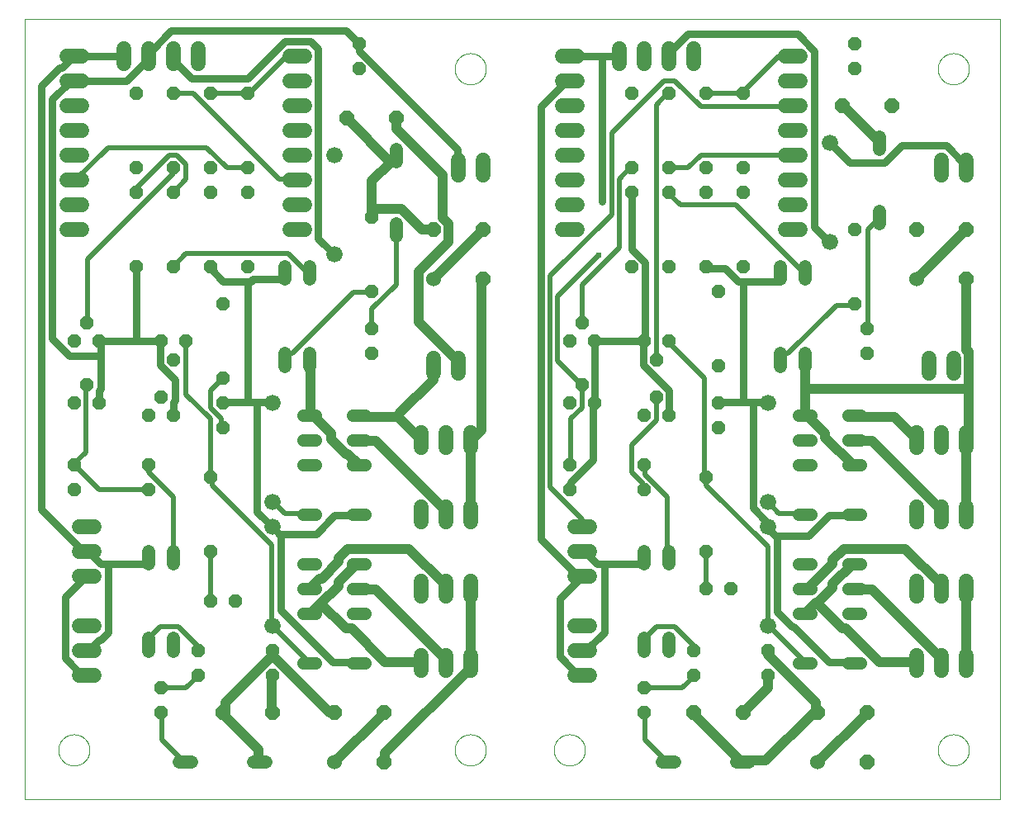
<source format=gtl>
G75*
%MOIN*%
%OFA0B0*%
%FSLAX25Y25*%
%IPPOS*%
%LPD*%
%AMOC8*
5,1,8,0,0,1.08239X$1,22.5*
%
%ADD10C,0.00000*%
%ADD11C,0.06000*%
%ADD12OC8,0.06000*%
%ADD13C,0.06600*%
%ADD14C,0.05200*%
%ADD15C,0.06000*%
%ADD16C,0.05150*%
%ADD17OC8,0.05200*%
%ADD18C,0.02000*%
%ADD19C,0.04000*%
%ADD20C,0.03000*%
%ADD21C,0.02381*%
D10*
X0001000Y0002600D02*
X0001000Y0317561D01*
X0394701Y0317561D01*
X0394701Y0002600D01*
X0001000Y0002600D01*
X0014701Y0022600D02*
X0014703Y0022758D01*
X0014709Y0022916D01*
X0014719Y0023074D01*
X0014733Y0023232D01*
X0014751Y0023389D01*
X0014772Y0023546D01*
X0014798Y0023702D01*
X0014828Y0023858D01*
X0014861Y0024013D01*
X0014899Y0024166D01*
X0014940Y0024319D01*
X0014985Y0024471D01*
X0015034Y0024622D01*
X0015087Y0024771D01*
X0015143Y0024919D01*
X0015203Y0025065D01*
X0015267Y0025210D01*
X0015335Y0025353D01*
X0015406Y0025495D01*
X0015480Y0025635D01*
X0015558Y0025772D01*
X0015640Y0025908D01*
X0015724Y0026042D01*
X0015813Y0026173D01*
X0015904Y0026302D01*
X0015999Y0026429D01*
X0016096Y0026554D01*
X0016197Y0026676D01*
X0016301Y0026795D01*
X0016408Y0026912D01*
X0016518Y0027026D01*
X0016631Y0027137D01*
X0016746Y0027246D01*
X0016864Y0027351D01*
X0016985Y0027453D01*
X0017108Y0027553D01*
X0017234Y0027649D01*
X0017362Y0027742D01*
X0017492Y0027832D01*
X0017625Y0027918D01*
X0017760Y0028002D01*
X0017896Y0028081D01*
X0018035Y0028158D01*
X0018176Y0028230D01*
X0018318Y0028300D01*
X0018462Y0028365D01*
X0018608Y0028427D01*
X0018755Y0028485D01*
X0018904Y0028540D01*
X0019054Y0028591D01*
X0019205Y0028638D01*
X0019357Y0028681D01*
X0019510Y0028720D01*
X0019665Y0028756D01*
X0019820Y0028787D01*
X0019976Y0028815D01*
X0020132Y0028839D01*
X0020289Y0028859D01*
X0020447Y0028875D01*
X0020604Y0028887D01*
X0020763Y0028895D01*
X0020921Y0028899D01*
X0021079Y0028899D01*
X0021237Y0028895D01*
X0021396Y0028887D01*
X0021553Y0028875D01*
X0021711Y0028859D01*
X0021868Y0028839D01*
X0022024Y0028815D01*
X0022180Y0028787D01*
X0022335Y0028756D01*
X0022490Y0028720D01*
X0022643Y0028681D01*
X0022795Y0028638D01*
X0022946Y0028591D01*
X0023096Y0028540D01*
X0023245Y0028485D01*
X0023392Y0028427D01*
X0023538Y0028365D01*
X0023682Y0028300D01*
X0023824Y0028230D01*
X0023965Y0028158D01*
X0024104Y0028081D01*
X0024240Y0028002D01*
X0024375Y0027918D01*
X0024508Y0027832D01*
X0024638Y0027742D01*
X0024766Y0027649D01*
X0024892Y0027553D01*
X0025015Y0027453D01*
X0025136Y0027351D01*
X0025254Y0027246D01*
X0025369Y0027137D01*
X0025482Y0027026D01*
X0025592Y0026912D01*
X0025699Y0026795D01*
X0025803Y0026676D01*
X0025904Y0026554D01*
X0026001Y0026429D01*
X0026096Y0026302D01*
X0026187Y0026173D01*
X0026276Y0026042D01*
X0026360Y0025908D01*
X0026442Y0025772D01*
X0026520Y0025635D01*
X0026594Y0025495D01*
X0026665Y0025353D01*
X0026733Y0025210D01*
X0026797Y0025065D01*
X0026857Y0024919D01*
X0026913Y0024771D01*
X0026966Y0024622D01*
X0027015Y0024471D01*
X0027060Y0024319D01*
X0027101Y0024166D01*
X0027139Y0024013D01*
X0027172Y0023858D01*
X0027202Y0023702D01*
X0027228Y0023546D01*
X0027249Y0023389D01*
X0027267Y0023232D01*
X0027281Y0023074D01*
X0027291Y0022916D01*
X0027297Y0022758D01*
X0027299Y0022600D01*
X0027297Y0022442D01*
X0027291Y0022284D01*
X0027281Y0022126D01*
X0027267Y0021968D01*
X0027249Y0021811D01*
X0027228Y0021654D01*
X0027202Y0021498D01*
X0027172Y0021342D01*
X0027139Y0021187D01*
X0027101Y0021034D01*
X0027060Y0020881D01*
X0027015Y0020729D01*
X0026966Y0020578D01*
X0026913Y0020429D01*
X0026857Y0020281D01*
X0026797Y0020135D01*
X0026733Y0019990D01*
X0026665Y0019847D01*
X0026594Y0019705D01*
X0026520Y0019565D01*
X0026442Y0019428D01*
X0026360Y0019292D01*
X0026276Y0019158D01*
X0026187Y0019027D01*
X0026096Y0018898D01*
X0026001Y0018771D01*
X0025904Y0018646D01*
X0025803Y0018524D01*
X0025699Y0018405D01*
X0025592Y0018288D01*
X0025482Y0018174D01*
X0025369Y0018063D01*
X0025254Y0017954D01*
X0025136Y0017849D01*
X0025015Y0017747D01*
X0024892Y0017647D01*
X0024766Y0017551D01*
X0024638Y0017458D01*
X0024508Y0017368D01*
X0024375Y0017282D01*
X0024240Y0017198D01*
X0024104Y0017119D01*
X0023965Y0017042D01*
X0023824Y0016970D01*
X0023682Y0016900D01*
X0023538Y0016835D01*
X0023392Y0016773D01*
X0023245Y0016715D01*
X0023096Y0016660D01*
X0022946Y0016609D01*
X0022795Y0016562D01*
X0022643Y0016519D01*
X0022490Y0016480D01*
X0022335Y0016444D01*
X0022180Y0016413D01*
X0022024Y0016385D01*
X0021868Y0016361D01*
X0021711Y0016341D01*
X0021553Y0016325D01*
X0021396Y0016313D01*
X0021237Y0016305D01*
X0021079Y0016301D01*
X0020921Y0016301D01*
X0020763Y0016305D01*
X0020604Y0016313D01*
X0020447Y0016325D01*
X0020289Y0016341D01*
X0020132Y0016361D01*
X0019976Y0016385D01*
X0019820Y0016413D01*
X0019665Y0016444D01*
X0019510Y0016480D01*
X0019357Y0016519D01*
X0019205Y0016562D01*
X0019054Y0016609D01*
X0018904Y0016660D01*
X0018755Y0016715D01*
X0018608Y0016773D01*
X0018462Y0016835D01*
X0018318Y0016900D01*
X0018176Y0016970D01*
X0018035Y0017042D01*
X0017896Y0017119D01*
X0017760Y0017198D01*
X0017625Y0017282D01*
X0017492Y0017368D01*
X0017362Y0017458D01*
X0017234Y0017551D01*
X0017108Y0017647D01*
X0016985Y0017747D01*
X0016864Y0017849D01*
X0016746Y0017954D01*
X0016631Y0018063D01*
X0016518Y0018174D01*
X0016408Y0018288D01*
X0016301Y0018405D01*
X0016197Y0018524D01*
X0016096Y0018646D01*
X0015999Y0018771D01*
X0015904Y0018898D01*
X0015813Y0019027D01*
X0015724Y0019158D01*
X0015640Y0019292D01*
X0015558Y0019428D01*
X0015480Y0019565D01*
X0015406Y0019705D01*
X0015335Y0019847D01*
X0015267Y0019990D01*
X0015203Y0020135D01*
X0015143Y0020281D01*
X0015087Y0020429D01*
X0015034Y0020578D01*
X0014985Y0020729D01*
X0014940Y0020881D01*
X0014899Y0021034D01*
X0014861Y0021187D01*
X0014828Y0021342D01*
X0014798Y0021498D01*
X0014772Y0021654D01*
X0014751Y0021811D01*
X0014733Y0021968D01*
X0014719Y0022126D01*
X0014709Y0022284D01*
X0014703Y0022442D01*
X0014701Y0022600D01*
X0174701Y0022600D02*
X0174703Y0022758D01*
X0174709Y0022916D01*
X0174719Y0023074D01*
X0174733Y0023232D01*
X0174751Y0023389D01*
X0174772Y0023546D01*
X0174798Y0023702D01*
X0174828Y0023858D01*
X0174861Y0024013D01*
X0174899Y0024166D01*
X0174940Y0024319D01*
X0174985Y0024471D01*
X0175034Y0024622D01*
X0175087Y0024771D01*
X0175143Y0024919D01*
X0175203Y0025065D01*
X0175267Y0025210D01*
X0175335Y0025353D01*
X0175406Y0025495D01*
X0175480Y0025635D01*
X0175558Y0025772D01*
X0175640Y0025908D01*
X0175724Y0026042D01*
X0175813Y0026173D01*
X0175904Y0026302D01*
X0175999Y0026429D01*
X0176096Y0026554D01*
X0176197Y0026676D01*
X0176301Y0026795D01*
X0176408Y0026912D01*
X0176518Y0027026D01*
X0176631Y0027137D01*
X0176746Y0027246D01*
X0176864Y0027351D01*
X0176985Y0027453D01*
X0177108Y0027553D01*
X0177234Y0027649D01*
X0177362Y0027742D01*
X0177492Y0027832D01*
X0177625Y0027918D01*
X0177760Y0028002D01*
X0177896Y0028081D01*
X0178035Y0028158D01*
X0178176Y0028230D01*
X0178318Y0028300D01*
X0178462Y0028365D01*
X0178608Y0028427D01*
X0178755Y0028485D01*
X0178904Y0028540D01*
X0179054Y0028591D01*
X0179205Y0028638D01*
X0179357Y0028681D01*
X0179510Y0028720D01*
X0179665Y0028756D01*
X0179820Y0028787D01*
X0179976Y0028815D01*
X0180132Y0028839D01*
X0180289Y0028859D01*
X0180447Y0028875D01*
X0180604Y0028887D01*
X0180763Y0028895D01*
X0180921Y0028899D01*
X0181079Y0028899D01*
X0181237Y0028895D01*
X0181396Y0028887D01*
X0181553Y0028875D01*
X0181711Y0028859D01*
X0181868Y0028839D01*
X0182024Y0028815D01*
X0182180Y0028787D01*
X0182335Y0028756D01*
X0182490Y0028720D01*
X0182643Y0028681D01*
X0182795Y0028638D01*
X0182946Y0028591D01*
X0183096Y0028540D01*
X0183245Y0028485D01*
X0183392Y0028427D01*
X0183538Y0028365D01*
X0183682Y0028300D01*
X0183824Y0028230D01*
X0183965Y0028158D01*
X0184104Y0028081D01*
X0184240Y0028002D01*
X0184375Y0027918D01*
X0184508Y0027832D01*
X0184638Y0027742D01*
X0184766Y0027649D01*
X0184892Y0027553D01*
X0185015Y0027453D01*
X0185136Y0027351D01*
X0185254Y0027246D01*
X0185369Y0027137D01*
X0185482Y0027026D01*
X0185592Y0026912D01*
X0185699Y0026795D01*
X0185803Y0026676D01*
X0185904Y0026554D01*
X0186001Y0026429D01*
X0186096Y0026302D01*
X0186187Y0026173D01*
X0186276Y0026042D01*
X0186360Y0025908D01*
X0186442Y0025772D01*
X0186520Y0025635D01*
X0186594Y0025495D01*
X0186665Y0025353D01*
X0186733Y0025210D01*
X0186797Y0025065D01*
X0186857Y0024919D01*
X0186913Y0024771D01*
X0186966Y0024622D01*
X0187015Y0024471D01*
X0187060Y0024319D01*
X0187101Y0024166D01*
X0187139Y0024013D01*
X0187172Y0023858D01*
X0187202Y0023702D01*
X0187228Y0023546D01*
X0187249Y0023389D01*
X0187267Y0023232D01*
X0187281Y0023074D01*
X0187291Y0022916D01*
X0187297Y0022758D01*
X0187299Y0022600D01*
X0187297Y0022442D01*
X0187291Y0022284D01*
X0187281Y0022126D01*
X0187267Y0021968D01*
X0187249Y0021811D01*
X0187228Y0021654D01*
X0187202Y0021498D01*
X0187172Y0021342D01*
X0187139Y0021187D01*
X0187101Y0021034D01*
X0187060Y0020881D01*
X0187015Y0020729D01*
X0186966Y0020578D01*
X0186913Y0020429D01*
X0186857Y0020281D01*
X0186797Y0020135D01*
X0186733Y0019990D01*
X0186665Y0019847D01*
X0186594Y0019705D01*
X0186520Y0019565D01*
X0186442Y0019428D01*
X0186360Y0019292D01*
X0186276Y0019158D01*
X0186187Y0019027D01*
X0186096Y0018898D01*
X0186001Y0018771D01*
X0185904Y0018646D01*
X0185803Y0018524D01*
X0185699Y0018405D01*
X0185592Y0018288D01*
X0185482Y0018174D01*
X0185369Y0018063D01*
X0185254Y0017954D01*
X0185136Y0017849D01*
X0185015Y0017747D01*
X0184892Y0017647D01*
X0184766Y0017551D01*
X0184638Y0017458D01*
X0184508Y0017368D01*
X0184375Y0017282D01*
X0184240Y0017198D01*
X0184104Y0017119D01*
X0183965Y0017042D01*
X0183824Y0016970D01*
X0183682Y0016900D01*
X0183538Y0016835D01*
X0183392Y0016773D01*
X0183245Y0016715D01*
X0183096Y0016660D01*
X0182946Y0016609D01*
X0182795Y0016562D01*
X0182643Y0016519D01*
X0182490Y0016480D01*
X0182335Y0016444D01*
X0182180Y0016413D01*
X0182024Y0016385D01*
X0181868Y0016361D01*
X0181711Y0016341D01*
X0181553Y0016325D01*
X0181396Y0016313D01*
X0181237Y0016305D01*
X0181079Y0016301D01*
X0180921Y0016301D01*
X0180763Y0016305D01*
X0180604Y0016313D01*
X0180447Y0016325D01*
X0180289Y0016341D01*
X0180132Y0016361D01*
X0179976Y0016385D01*
X0179820Y0016413D01*
X0179665Y0016444D01*
X0179510Y0016480D01*
X0179357Y0016519D01*
X0179205Y0016562D01*
X0179054Y0016609D01*
X0178904Y0016660D01*
X0178755Y0016715D01*
X0178608Y0016773D01*
X0178462Y0016835D01*
X0178318Y0016900D01*
X0178176Y0016970D01*
X0178035Y0017042D01*
X0177896Y0017119D01*
X0177760Y0017198D01*
X0177625Y0017282D01*
X0177492Y0017368D01*
X0177362Y0017458D01*
X0177234Y0017551D01*
X0177108Y0017647D01*
X0176985Y0017747D01*
X0176864Y0017849D01*
X0176746Y0017954D01*
X0176631Y0018063D01*
X0176518Y0018174D01*
X0176408Y0018288D01*
X0176301Y0018405D01*
X0176197Y0018524D01*
X0176096Y0018646D01*
X0175999Y0018771D01*
X0175904Y0018898D01*
X0175813Y0019027D01*
X0175724Y0019158D01*
X0175640Y0019292D01*
X0175558Y0019428D01*
X0175480Y0019565D01*
X0175406Y0019705D01*
X0175335Y0019847D01*
X0175267Y0019990D01*
X0175203Y0020135D01*
X0175143Y0020281D01*
X0175087Y0020429D01*
X0175034Y0020578D01*
X0174985Y0020729D01*
X0174940Y0020881D01*
X0174899Y0021034D01*
X0174861Y0021187D01*
X0174828Y0021342D01*
X0174798Y0021498D01*
X0174772Y0021654D01*
X0174751Y0021811D01*
X0174733Y0021968D01*
X0174719Y0022126D01*
X0174709Y0022284D01*
X0174703Y0022442D01*
X0174701Y0022600D01*
X0214701Y0022600D02*
X0214703Y0022758D01*
X0214709Y0022916D01*
X0214719Y0023074D01*
X0214733Y0023232D01*
X0214751Y0023389D01*
X0214772Y0023546D01*
X0214798Y0023702D01*
X0214828Y0023858D01*
X0214861Y0024013D01*
X0214899Y0024166D01*
X0214940Y0024319D01*
X0214985Y0024471D01*
X0215034Y0024622D01*
X0215087Y0024771D01*
X0215143Y0024919D01*
X0215203Y0025065D01*
X0215267Y0025210D01*
X0215335Y0025353D01*
X0215406Y0025495D01*
X0215480Y0025635D01*
X0215558Y0025772D01*
X0215640Y0025908D01*
X0215724Y0026042D01*
X0215813Y0026173D01*
X0215904Y0026302D01*
X0215999Y0026429D01*
X0216096Y0026554D01*
X0216197Y0026676D01*
X0216301Y0026795D01*
X0216408Y0026912D01*
X0216518Y0027026D01*
X0216631Y0027137D01*
X0216746Y0027246D01*
X0216864Y0027351D01*
X0216985Y0027453D01*
X0217108Y0027553D01*
X0217234Y0027649D01*
X0217362Y0027742D01*
X0217492Y0027832D01*
X0217625Y0027918D01*
X0217760Y0028002D01*
X0217896Y0028081D01*
X0218035Y0028158D01*
X0218176Y0028230D01*
X0218318Y0028300D01*
X0218462Y0028365D01*
X0218608Y0028427D01*
X0218755Y0028485D01*
X0218904Y0028540D01*
X0219054Y0028591D01*
X0219205Y0028638D01*
X0219357Y0028681D01*
X0219510Y0028720D01*
X0219665Y0028756D01*
X0219820Y0028787D01*
X0219976Y0028815D01*
X0220132Y0028839D01*
X0220289Y0028859D01*
X0220447Y0028875D01*
X0220604Y0028887D01*
X0220763Y0028895D01*
X0220921Y0028899D01*
X0221079Y0028899D01*
X0221237Y0028895D01*
X0221396Y0028887D01*
X0221553Y0028875D01*
X0221711Y0028859D01*
X0221868Y0028839D01*
X0222024Y0028815D01*
X0222180Y0028787D01*
X0222335Y0028756D01*
X0222490Y0028720D01*
X0222643Y0028681D01*
X0222795Y0028638D01*
X0222946Y0028591D01*
X0223096Y0028540D01*
X0223245Y0028485D01*
X0223392Y0028427D01*
X0223538Y0028365D01*
X0223682Y0028300D01*
X0223824Y0028230D01*
X0223965Y0028158D01*
X0224104Y0028081D01*
X0224240Y0028002D01*
X0224375Y0027918D01*
X0224508Y0027832D01*
X0224638Y0027742D01*
X0224766Y0027649D01*
X0224892Y0027553D01*
X0225015Y0027453D01*
X0225136Y0027351D01*
X0225254Y0027246D01*
X0225369Y0027137D01*
X0225482Y0027026D01*
X0225592Y0026912D01*
X0225699Y0026795D01*
X0225803Y0026676D01*
X0225904Y0026554D01*
X0226001Y0026429D01*
X0226096Y0026302D01*
X0226187Y0026173D01*
X0226276Y0026042D01*
X0226360Y0025908D01*
X0226442Y0025772D01*
X0226520Y0025635D01*
X0226594Y0025495D01*
X0226665Y0025353D01*
X0226733Y0025210D01*
X0226797Y0025065D01*
X0226857Y0024919D01*
X0226913Y0024771D01*
X0226966Y0024622D01*
X0227015Y0024471D01*
X0227060Y0024319D01*
X0227101Y0024166D01*
X0227139Y0024013D01*
X0227172Y0023858D01*
X0227202Y0023702D01*
X0227228Y0023546D01*
X0227249Y0023389D01*
X0227267Y0023232D01*
X0227281Y0023074D01*
X0227291Y0022916D01*
X0227297Y0022758D01*
X0227299Y0022600D01*
X0227297Y0022442D01*
X0227291Y0022284D01*
X0227281Y0022126D01*
X0227267Y0021968D01*
X0227249Y0021811D01*
X0227228Y0021654D01*
X0227202Y0021498D01*
X0227172Y0021342D01*
X0227139Y0021187D01*
X0227101Y0021034D01*
X0227060Y0020881D01*
X0227015Y0020729D01*
X0226966Y0020578D01*
X0226913Y0020429D01*
X0226857Y0020281D01*
X0226797Y0020135D01*
X0226733Y0019990D01*
X0226665Y0019847D01*
X0226594Y0019705D01*
X0226520Y0019565D01*
X0226442Y0019428D01*
X0226360Y0019292D01*
X0226276Y0019158D01*
X0226187Y0019027D01*
X0226096Y0018898D01*
X0226001Y0018771D01*
X0225904Y0018646D01*
X0225803Y0018524D01*
X0225699Y0018405D01*
X0225592Y0018288D01*
X0225482Y0018174D01*
X0225369Y0018063D01*
X0225254Y0017954D01*
X0225136Y0017849D01*
X0225015Y0017747D01*
X0224892Y0017647D01*
X0224766Y0017551D01*
X0224638Y0017458D01*
X0224508Y0017368D01*
X0224375Y0017282D01*
X0224240Y0017198D01*
X0224104Y0017119D01*
X0223965Y0017042D01*
X0223824Y0016970D01*
X0223682Y0016900D01*
X0223538Y0016835D01*
X0223392Y0016773D01*
X0223245Y0016715D01*
X0223096Y0016660D01*
X0222946Y0016609D01*
X0222795Y0016562D01*
X0222643Y0016519D01*
X0222490Y0016480D01*
X0222335Y0016444D01*
X0222180Y0016413D01*
X0222024Y0016385D01*
X0221868Y0016361D01*
X0221711Y0016341D01*
X0221553Y0016325D01*
X0221396Y0016313D01*
X0221237Y0016305D01*
X0221079Y0016301D01*
X0220921Y0016301D01*
X0220763Y0016305D01*
X0220604Y0016313D01*
X0220447Y0016325D01*
X0220289Y0016341D01*
X0220132Y0016361D01*
X0219976Y0016385D01*
X0219820Y0016413D01*
X0219665Y0016444D01*
X0219510Y0016480D01*
X0219357Y0016519D01*
X0219205Y0016562D01*
X0219054Y0016609D01*
X0218904Y0016660D01*
X0218755Y0016715D01*
X0218608Y0016773D01*
X0218462Y0016835D01*
X0218318Y0016900D01*
X0218176Y0016970D01*
X0218035Y0017042D01*
X0217896Y0017119D01*
X0217760Y0017198D01*
X0217625Y0017282D01*
X0217492Y0017368D01*
X0217362Y0017458D01*
X0217234Y0017551D01*
X0217108Y0017647D01*
X0216985Y0017747D01*
X0216864Y0017849D01*
X0216746Y0017954D01*
X0216631Y0018063D01*
X0216518Y0018174D01*
X0216408Y0018288D01*
X0216301Y0018405D01*
X0216197Y0018524D01*
X0216096Y0018646D01*
X0215999Y0018771D01*
X0215904Y0018898D01*
X0215813Y0019027D01*
X0215724Y0019158D01*
X0215640Y0019292D01*
X0215558Y0019428D01*
X0215480Y0019565D01*
X0215406Y0019705D01*
X0215335Y0019847D01*
X0215267Y0019990D01*
X0215203Y0020135D01*
X0215143Y0020281D01*
X0215087Y0020429D01*
X0215034Y0020578D01*
X0214985Y0020729D01*
X0214940Y0020881D01*
X0214899Y0021034D01*
X0214861Y0021187D01*
X0214828Y0021342D01*
X0214798Y0021498D01*
X0214772Y0021654D01*
X0214751Y0021811D01*
X0214733Y0021968D01*
X0214719Y0022126D01*
X0214709Y0022284D01*
X0214703Y0022442D01*
X0214701Y0022600D01*
X0369701Y0022600D02*
X0369703Y0022758D01*
X0369709Y0022916D01*
X0369719Y0023074D01*
X0369733Y0023232D01*
X0369751Y0023389D01*
X0369772Y0023546D01*
X0369798Y0023702D01*
X0369828Y0023858D01*
X0369861Y0024013D01*
X0369899Y0024166D01*
X0369940Y0024319D01*
X0369985Y0024471D01*
X0370034Y0024622D01*
X0370087Y0024771D01*
X0370143Y0024919D01*
X0370203Y0025065D01*
X0370267Y0025210D01*
X0370335Y0025353D01*
X0370406Y0025495D01*
X0370480Y0025635D01*
X0370558Y0025772D01*
X0370640Y0025908D01*
X0370724Y0026042D01*
X0370813Y0026173D01*
X0370904Y0026302D01*
X0370999Y0026429D01*
X0371096Y0026554D01*
X0371197Y0026676D01*
X0371301Y0026795D01*
X0371408Y0026912D01*
X0371518Y0027026D01*
X0371631Y0027137D01*
X0371746Y0027246D01*
X0371864Y0027351D01*
X0371985Y0027453D01*
X0372108Y0027553D01*
X0372234Y0027649D01*
X0372362Y0027742D01*
X0372492Y0027832D01*
X0372625Y0027918D01*
X0372760Y0028002D01*
X0372896Y0028081D01*
X0373035Y0028158D01*
X0373176Y0028230D01*
X0373318Y0028300D01*
X0373462Y0028365D01*
X0373608Y0028427D01*
X0373755Y0028485D01*
X0373904Y0028540D01*
X0374054Y0028591D01*
X0374205Y0028638D01*
X0374357Y0028681D01*
X0374510Y0028720D01*
X0374665Y0028756D01*
X0374820Y0028787D01*
X0374976Y0028815D01*
X0375132Y0028839D01*
X0375289Y0028859D01*
X0375447Y0028875D01*
X0375604Y0028887D01*
X0375763Y0028895D01*
X0375921Y0028899D01*
X0376079Y0028899D01*
X0376237Y0028895D01*
X0376396Y0028887D01*
X0376553Y0028875D01*
X0376711Y0028859D01*
X0376868Y0028839D01*
X0377024Y0028815D01*
X0377180Y0028787D01*
X0377335Y0028756D01*
X0377490Y0028720D01*
X0377643Y0028681D01*
X0377795Y0028638D01*
X0377946Y0028591D01*
X0378096Y0028540D01*
X0378245Y0028485D01*
X0378392Y0028427D01*
X0378538Y0028365D01*
X0378682Y0028300D01*
X0378824Y0028230D01*
X0378965Y0028158D01*
X0379104Y0028081D01*
X0379240Y0028002D01*
X0379375Y0027918D01*
X0379508Y0027832D01*
X0379638Y0027742D01*
X0379766Y0027649D01*
X0379892Y0027553D01*
X0380015Y0027453D01*
X0380136Y0027351D01*
X0380254Y0027246D01*
X0380369Y0027137D01*
X0380482Y0027026D01*
X0380592Y0026912D01*
X0380699Y0026795D01*
X0380803Y0026676D01*
X0380904Y0026554D01*
X0381001Y0026429D01*
X0381096Y0026302D01*
X0381187Y0026173D01*
X0381276Y0026042D01*
X0381360Y0025908D01*
X0381442Y0025772D01*
X0381520Y0025635D01*
X0381594Y0025495D01*
X0381665Y0025353D01*
X0381733Y0025210D01*
X0381797Y0025065D01*
X0381857Y0024919D01*
X0381913Y0024771D01*
X0381966Y0024622D01*
X0382015Y0024471D01*
X0382060Y0024319D01*
X0382101Y0024166D01*
X0382139Y0024013D01*
X0382172Y0023858D01*
X0382202Y0023702D01*
X0382228Y0023546D01*
X0382249Y0023389D01*
X0382267Y0023232D01*
X0382281Y0023074D01*
X0382291Y0022916D01*
X0382297Y0022758D01*
X0382299Y0022600D01*
X0382297Y0022442D01*
X0382291Y0022284D01*
X0382281Y0022126D01*
X0382267Y0021968D01*
X0382249Y0021811D01*
X0382228Y0021654D01*
X0382202Y0021498D01*
X0382172Y0021342D01*
X0382139Y0021187D01*
X0382101Y0021034D01*
X0382060Y0020881D01*
X0382015Y0020729D01*
X0381966Y0020578D01*
X0381913Y0020429D01*
X0381857Y0020281D01*
X0381797Y0020135D01*
X0381733Y0019990D01*
X0381665Y0019847D01*
X0381594Y0019705D01*
X0381520Y0019565D01*
X0381442Y0019428D01*
X0381360Y0019292D01*
X0381276Y0019158D01*
X0381187Y0019027D01*
X0381096Y0018898D01*
X0381001Y0018771D01*
X0380904Y0018646D01*
X0380803Y0018524D01*
X0380699Y0018405D01*
X0380592Y0018288D01*
X0380482Y0018174D01*
X0380369Y0018063D01*
X0380254Y0017954D01*
X0380136Y0017849D01*
X0380015Y0017747D01*
X0379892Y0017647D01*
X0379766Y0017551D01*
X0379638Y0017458D01*
X0379508Y0017368D01*
X0379375Y0017282D01*
X0379240Y0017198D01*
X0379104Y0017119D01*
X0378965Y0017042D01*
X0378824Y0016970D01*
X0378682Y0016900D01*
X0378538Y0016835D01*
X0378392Y0016773D01*
X0378245Y0016715D01*
X0378096Y0016660D01*
X0377946Y0016609D01*
X0377795Y0016562D01*
X0377643Y0016519D01*
X0377490Y0016480D01*
X0377335Y0016444D01*
X0377180Y0016413D01*
X0377024Y0016385D01*
X0376868Y0016361D01*
X0376711Y0016341D01*
X0376553Y0016325D01*
X0376396Y0016313D01*
X0376237Y0016305D01*
X0376079Y0016301D01*
X0375921Y0016301D01*
X0375763Y0016305D01*
X0375604Y0016313D01*
X0375447Y0016325D01*
X0375289Y0016341D01*
X0375132Y0016361D01*
X0374976Y0016385D01*
X0374820Y0016413D01*
X0374665Y0016444D01*
X0374510Y0016480D01*
X0374357Y0016519D01*
X0374205Y0016562D01*
X0374054Y0016609D01*
X0373904Y0016660D01*
X0373755Y0016715D01*
X0373608Y0016773D01*
X0373462Y0016835D01*
X0373318Y0016900D01*
X0373176Y0016970D01*
X0373035Y0017042D01*
X0372896Y0017119D01*
X0372760Y0017198D01*
X0372625Y0017282D01*
X0372492Y0017368D01*
X0372362Y0017458D01*
X0372234Y0017551D01*
X0372108Y0017647D01*
X0371985Y0017747D01*
X0371864Y0017849D01*
X0371746Y0017954D01*
X0371631Y0018063D01*
X0371518Y0018174D01*
X0371408Y0018288D01*
X0371301Y0018405D01*
X0371197Y0018524D01*
X0371096Y0018646D01*
X0370999Y0018771D01*
X0370904Y0018898D01*
X0370813Y0019027D01*
X0370724Y0019158D01*
X0370640Y0019292D01*
X0370558Y0019428D01*
X0370480Y0019565D01*
X0370406Y0019705D01*
X0370335Y0019847D01*
X0370267Y0019990D01*
X0370203Y0020135D01*
X0370143Y0020281D01*
X0370087Y0020429D01*
X0370034Y0020578D01*
X0369985Y0020729D01*
X0369940Y0020881D01*
X0369899Y0021034D01*
X0369861Y0021187D01*
X0369828Y0021342D01*
X0369798Y0021498D01*
X0369772Y0021654D01*
X0369751Y0021811D01*
X0369733Y0021968D01*
X0369719Y0022126D01*
X0369709Y0022284D01*
X0369703Y0022442D01*
X0369701Y0022600D01*
X0369701Y0297600D02*
X0369703Y0297758D01*
X0369709Y0297916D01*
X0369719Y0298074D01*
X0369733Y0298232D01*
X0369751Y0298389D01*
X0369772Y0298546D01*
X0369798Y0298702D01*
X0369828Y0298858D01*
X0369861Y0299013D01*
X0369899Y0299166D01*
X0369940Y0299319D01*
X0369985Y0299471D01*
X0370034Y0299622D01*
X0370087Y0299771D01*
X0370143Y0299919D01*
X0370203Y0300065D01*
X0370267Y0300210D01*
X0370335Y0300353D01*
X0370406Y0300495D01*
X0370480Y0300635D01*
X0370558Y0300772D01*
X0370640Y0300908D01*
X0370724Y0301042D01*
X0370813Y0301173D01*
X0370904Y0301302D01*
X0370999Y0301429D01*
X0371096Y0301554D01*
X0371197Y0301676D01*
X0371301Y0301795D01*
X0371408Y0301912D01*
X0371518Y0302026D01*
X0371631Y0302137D01*
X0371746Y0302246D01*
X0371864Y0302351D01*
X0371985Y0302453D01*
X0372108Y0302553D01*
X0372234Y0302649D01*
X0372362Y0302742D01*
X0372492Y0302832D01*
X0372625Y0302918D01*
X0372760Y0303002D01*
X0372896Y0303081D01*
X0373035Y0303158D01*
X0373176Y0303230D01*
X0373318Y0303300D01*
X0373462Y0303365D01*
X0373608Y0303427D01*
X0373755Y0303485D01*
X0373904Y0303540D01*
X0374054Y0303591D01*
X0374205Y0303638D01*
X0374357Y0303681D01*
X0374510Y0303720D01*
X0374665Y0303756D01*
X0374820Y0303787D01*
X0374976Y0303815D01*
X0375132Y0303839D01*
X0375289Y0303859D01*
X0375447Y0303875D01*
X0375604Y0303887D01*
X0375763Y0303895D01*
X0375921Y0303899D01*
X0376079Y0303899D01*
X0376237Y0303895D01*
X0376396Y0303887D01*
X0376553Y0303875D01*
X0376711Y0303859D01*
X0376868Y0303839D01*
X0377024Y0303815D01*
X0377180Y0303787D01*
X0377335Y0303756D01*
X0377490Y0303720D01*
X0377643Y0303681D01*
X0377795Y0303638D01*
X0377946Y0303591D01*
X0378096Y0303540D01*
X0378245Y0303485D01*
X0378392Y0303427D01*
X0378538Y0303365D01*
X0378682Y0303300D01*
X0378824Y0303230D01*
X0378965Y0303158D01*
X0379104Y0303081D01*
X0379240Y0303002D01*
X0379375Y0302918D01*
X0379508Y0302832D01*
X0379638Y0302742D01*
X0379766Y0302649D01*
X0379892Y0302553D01*
X0380015Y0302453D01*
X0380136Y0302351D01*
X0380254Y0302246D01*
X0380369Y0302137D01*
X0380482Y0302026D01*
X0380592Y0301912D01*
X0380699Y0301795D01*
X0380803Y0301676D01*
X0380904Y0301554D01*
X0381001Y0301429D01*
X0381096Y0301302D01*
X0381187Y0301173D01*
X0381276Y0301042D01*
X0381360Y0300908D01*
X0381442Y0300772D01*
X0381520Y0300635D01*
X0381594Y0300495D01*
X0381665Y0300353D01*
X0381733Y0300210D01*
X0381797Y0300065D01*
X0381857Y0299919D01*
X0381913Y0299771D01*
X0381966Y0299622D01*
X0382015Y0299471D01*
X0382060Y0299319D01*
X0382101Y0299166D01*
X0382139Y0299013D01*
X0382172Y0298858D01*
X0382202Y0298702D01*
X0382228Y0298546D01*
X0382249Y0298389D01*
X0382267Y0298232D01*
X0382281Y0298074D01*
X0382291Y0297916D01*
X0382297Y0297758D01*
X0382299Y0297600D01*
X0382297Y0297442D01*
X0382291Y0297284D01*
X0382281Y0297126D01*
X0382267Y0296968D01*
X0382249Y0296811D01*
X0382228Y0296654D01*
X0382202Y0296498D01*
X0382172Y0296342D01*
X0382139Y0296187D01*
X0382101Y0296034D01*
X0382060Y0295881D01*
X0382015Y0295729D01*
X0381966Y0295578D01*
X0381913Y0295429D01*
X0381857Y0295281D01*
X0381797Y0295135D01*
X0381733Y0294990D01*
X0381665Y0294847D01*
X0381594Y0294705D01*
X0381520Y0294565D01*
X0381442Y0294428D01*
X0381360Y0294292D01*
X0381276Y0294158D01*
X0381187Y0294027D01*
X0381096Y0293898D01*
X0381001Y0293771D01*
X0380904Y0293646D01*
X0380803Y0293524D01*
X0380699Y0293405D01*
X0380592Y0293288D01*
X0380482Y0293174D01*
X0380369Y0293063D01*
X0380254Y0292954D01*
X0380136Y0292849D01*
X0380015Y0292747D01*
X0379892Y0292647D01*
X0379766Y0292551D01*
X0379638Y0292458D01*
X0379508Y0292368D01*
X0379375Y0292282D01*
X0379240Y0292198D01*
X0379104Y0292119D01*
X0378965Y0292042D01*
X0378824Y0291970D01*
X0378682Y0291900D01*
X0378538Y0291835D01*
X0378392Y0291773D01*
X0378245Y0291715D01*
X0378096Y0291660D01*
X0377946Y0291609D01*
X0377795Y0291562D01*
X0377643Y0291519D01*
X0377490Y0291480D01*
X0377335Y0291444D01*
X0377180Y0291413D01*
X0377024Y0291385D01*
X0376868Y0291361D01*
X0376711Y0291341D01*
X0376553Y0291325D01*
X0376396Y0291313D01*
X0376237Y0291305D01*
X0376079Y0291301D01*
X0375921Y0291301D01*
X0375763Y0291305D01*
X0375604Y0291313D01*
X0375447Y0291325D01*
X0375289Y0291341D01*
X0375132Y0291361D01*
X0374976Y0291385D01*
X0374820Y0291413D01*
X0374665Y0291444D01*
X0374510Y0291480D01*
X0374357Y0291519D01*
X0374205Y0291562D01*
X0374054Y0291609D01*
X0373904Y0291660D01*
X0373755Y0291715D01*
X0373608Y0291773D01*
X0373462Y0291835D01*
X0373318Y0291900D01*
X0373176Y0291970D01*
X0373035Y0292042D01*
X0372896Y0292119D01*
X0372760Y0292198D01*
X0372625Y0292282D01*
X0372492Y0292368D01*
X0372362Y0292458D01*
X0372234Y0292551D01*
X0372108Y0292647D01*
X0371985Y0292747D01*
X0371864Y0292849D01*
X0371746Y0292954D01*
X0371631Y0293063D01*
X0371518Y0293174D01*
X0371408Y0293288D01*
X0371301Y0293405D01*
X0371197Y0293524D01*
X0371096Y0293646D01*
X0370999Y0293771D01*
X0370904Y0293898D01*
X0370813Y0294027D01*
X0370724Y0294158D01*
X0370640Y0294292D01*
X0370558Y0294428D01*
X0370480Y0294565D01*
X0370406Y0294705D01*
X0370335Y0294847D01*
X0370267Y0294990D01*
X0370203Y0295135D01*
X0370143Y0295281D01*
X0370087Y0295429D01*
X0370034Y0295578D01*
X0369985Y0295729D01*
X0369940Y0295881D01*
X0369899Y0296034D01*
X0369861Y0296187D01*
X0369828Y0296342D01*
X0369798Y0296498D01*
X0369772Y0296654D01*
X0369751Y0296811D01*
X0369733Y0296968D01*
X0369719Y0297126D01*
X0369709Y0297284D01*
X0369703Y0297442D01*
X0369701Y0297600D01*
X0174701Y0297600D02*
X0174703Y0297758D01*
X0174709Y0297916D01*
X0174719Y0298074D01*
X0174733Y0298232D01*
X0174751Y0298389D01*
X0174772Y0298546D01*
X0174798Y0298702D01*
X0174828Y0298858D01*
X0174861Y0299013D01*
X0174899Y0299166D01*
X0174940Y0299319D01*
X0174985Y0299471D01*
X0175034Y0299622D01*
X0175087Y0299771D01*
X0175143Y0299919D01*
X0175203Y0300065D01*
X0175267Y0300210D01*
X0175335Y0300353D01*
X0175406Y0300495D01*
X0175480Y0300635D01*
X0175558Y0300772D01*
X0175640Y0300908D01*
X0175724Y0301042D01*
X0175813Y0301173D01*
X0175904Y0301302D01*
X0175999Y0301429D01*
X0176096Y0301554D01*
X0176197Y0301676D01*
X0176301Y0301795D01*
X0176408Y0301912D01*
X0176518Y0302026D01*
X0176631Y0302137D01*
X0176746Y0302246D01*
X0176864Y0302351D01*
X0176985Y0302453D01*
X0177108Y0302553D01*
X0177234Y0302649D01*
X0177362Y0302742D01*
X0177492Y0302832D01*
X0177625Y0302918D01*
X0177760Y0303002D01*
X0177896Y0303081D01*
X0178035Y0303158D01*
X0178176Y0303230D01*
X0178318Y0303300D01*
X0178462Y0303365D01*
X0178608Y0303427D01*
X0178755Y0303485D01*
X0178904Y0303540D01*
X0179054Y0303591D01*
X0179205Y0303638D01*
X0179357Y0303681D01*
X0179510Y0303720D01*
X0179665Y0303756D01*
X0179820Y0303787D01*
X0179976Y0303815D01*
X0180132Y0303839D01*
X0180289Y0303859D01*
X0180447Y0303875D01*
X0180604Y0303887D01*
X0180763Y0303895D01*
X0180921Y0303899D01*
X0181079Y0303899D01*
X0181237Y0303895D01*
X0181396Y0303887D01*
X0181553Y0303875D01*
X0181711Y0303859D01*
X0181868Y0303839D01*
X0182024Y0303815D01*
X0182180Y0303787D01*
X0182335Y0303756D01*
X0182490Y0303720D01*
X0182643Y0303681D01*
X0182795Y0303638D01*
X0182946Y0303591D01*
X0183096Y0303540D01*
X0183245Y0303485D01*
X0183392Y0303427D01*
X0183538Y0303365D01*
X0183682Y0303300D01*
X0183824Y0303230D01*
X0183965Y0303158D01*
X0184104Y0303081D01*
X0184240Y0303002D01*
X0184375Y0302918D01*
X0184508Y0302832D01*
X0184638Y0302742D01*
X0184766Y0302649D01*
X0184892Y0302553D01*
X0185015Y0302453D01*
X0185136Y0302351D01*
X0185254Y0302246D01*
X0185369Y0302137D01*
X0185482Y0302026D01*
X0185592Y0301912D01*
X0185699Y0301795D01*
X0185803Y0301676D01*
X0185904Y0301554D01*
X0186001Y0301429D01*
X0186096Y0301302D01*
X0186187Y0301173D01*
X0186276Y0301042D01*
X0186360Y0300908D01*
X0186442Y0300772D01*
X0186520Y0300635D01*
X0186594Y0300495D01*
X0186665Y0300353D01*
X0186733Y0300210D01*
X0186797Y0300065D01*
X0186857Y0299919D01*
X0186913Y0299771D01*
X0186966Y0299622D01*
X0187015Y0299471D01*
X0187060Y0299319D01*
X0187101Y0299166D01*
X0187139Y0299013D01*
X0187172Y0298858D01*
X0187202Y0298702D01*
X0187228Y0298546D01*
X0187249Y0298389D01*
X0187267Y0298232D01*
X0187281Y0298074D01*
X0187291Y0297916D01*
X0187297Y0297758D01*
X0187299Y0297600D01*
X0187297Y0297442D01*
X0187291Y0297284D01*
X0187281Y0297126D01*
X0187267Y0296968D01*
X0187249Y0296811D01*
X0187228Y0296654D01*
X0187202Y0296498D01*
X0187172Y0296342D01*
X0187139Y0296187D01*
X0187101Y0296034D01*
X0187060Y0295881D01*
X0187015Y0295729D01*
X0186966Y0295578D01*
X0186913Y0295429D01*
X0186857Y0295281D01*
X0186797Y0295135D01*
X0186733Y0294990D01*
X0186665Y0294847D01*
X0186594Y0294705D01*
X0186520Y0294565D01*
X0186442Y0294428D01*
X0186360Y0294292D01*
X0186276Y0294158D01*
X0186187Y0294027D01*
X0186096Y0293898D01*
X0186001Y0293771D01*
X0185904Y0293646D01*
X0185803Y0293524D01*
X0185699Y0293405D01*
X0185592Y0293288D01*
X0185482Y0293174D01*
X0185369Y0293063D01*
X0185254Y0292954D01*
X0185136Y0292849D01*
X0185015Y0292747D01*
X0184892Y0292647D01*
X0184766Y0292551D01*
X0184638Y0292458D01*
X0184508Y0292368D01*
X0184375Y0292282D01*
X0184240Y0292198D01*
X0184104Y0292119D01*
X0183965Y0292042D01*
X0183824Y0291970D01*
X0183682Y0291900D01*
X0183538Y0291835D01*
X0183392Y0291773D01*
X0183245Y0291715D01*
X0183096Y0291660D01*
X0182946Y0291609D01*
X0182795Y0291562D01*
X0182643Y0291519D01*
X0182490Y0291480D01*
X0182335Y0291444D01*
X0182180Y0291413D01*
X0182024Y0291385D01*
X0181868Y0291361D01*
X0181711Y0291341D01*
X0181553Y0291325D01*
X0181396Y0291313D01*
X0181237Y0291305D01*
X0181079Y0291301D01*
X0180921Y0291301D01*
X0180763Y0291305D01*
X0180604Y0291313D01*
X0180447Y0291325D01*
X0180289Y0291341D01*
X0180132Y0291361D01*
X0179976Y0291385D01*
X0179820Y0291413D01*
X0179665Y0291444D01*
X0179510Y0291480D01*
X0179357Y0291519D01*
X0179205Y0291562D01*
X0179054Y0291609D01*
X0178904Y0291660D01*
X0178755Y0291715D01*
X0178608Y0291773D01*
X0178462Y0291835D01*
X0178318Y0291900D01*
X0178176Y0291970D01*
X0178035Y0292042D01*
X0177896Y0292119D01*
X0177760Y0292198D01*
X0177625Y0292282D01*
X0177492Y0292368D01*
X0177362Y0292458D01*
X0177234Y0292551D01*
X0177108Y0292647D01*
X0176985Y0292747D01*
X0176864Y0292849D01*
X0176746Y0292954D01*
X0176631Y0293063D01*
X0176518Y0293174D01*
X0176408Y0293288D01*
X0176301Y0293405D01*
X0176197Y0293524D01*
X0176096Y0293646D01*
X0175999Y0293771D01*
X0175904Y0293898D01*
X0175813Y0294027D01*
X0175724Y0294158D01*
X0175640Y0294292D01*
X0175558Y0294428D01*
X0175480Y0294565D01*
X0175406Y0294705D01*
X0175335Y0294847D01*
X0175267Y0294990D01*
X0175203Y0295135D01*
X0175143Y0295281D01*
X0175087Y0295429D01*
X0175034Y0295578D01*
X0174985Y0295729D01*
X0174940Y0295881D01*
X0174899Y0296034D01*
X0174861Y0296187D01*
X0174828Y0296342D01*
X0174798Y0296498D01*
X0174772Y0296654D01*
X0174751Y0296811D01*
X0174733Y0296968D01*
X0174719Y0297126D01*
X0174709Y0297284D01*
X0174703Y0297442D01*
X0174701Y0297600D01*
D11*
X0166000Y0212600D03*
X0361000Y0212600D03*
X0321000Y0017600D03*
X0126000Y0017600D03*
D12*
X0146000Y0017600D03*
X0146000Y0037600D03*
X0126000Y0037600D03*
X0101000Y0037600D03*
X0081000Y0037600D03*
X0271000Y0037600D03*
X0291000Y0037600D03*
X0321000Y0037600D03*
X0341000Y0037600D03*
X0341000Y0017600D03*
X0381000Y0212600D03*
X0381000Y0232600D03*
X0361000Y0232600D03*
X0351000Y0282600D03*
X0331000Y0282600D03*
X0186000Y0232600D03*
X0166000Y0232600D03*
X0186000Y0212600D03*
X0151000Y0277600D03*
X0131000Y0277600D03*
D13*
X0126000Y0262600D03*
X0126000Y0222600D03*
X0101000Y0162600D03*
X0101000Y0122600D03*
X0101000Y0112600D03*
X0101000Y0072600D03*
X0301000Y0072600D03*
X0301000Y0112600D03*
X0301000Y0122600D03*
X0301000Y0162600D03*
X0326000Y0227600D03*
X0326000Y0267600D03*
D14*
X0346000Y0270200D02*
X0346000Y0265000D01*
X0346000Y0240200D02*
X0346000Y0235000D01*
X0316000Y0217800D02*
X0316000Y0212600D01*
X0306000Y0212600D02*
X0306000Y0217800D01*
X0306000Y0182600D02*
X0306000Y0177400D01*
X0316000Y0177400D02*
X0316000Y0182600D01*
X0261000Y0102800D02*
X0261000Y0097600D01*
X0251000Y0097600D02*
X0251000Y0102800D01*
X0251000Y0067600D02*
X0251000Y0062400D01*
X0261000Y0062400D02*
X0261000Y0067600D01*
X0263600Y0017600D02*
X0258400Y0017600D01*
X0288400Y0017600D02*
X0293600Y0017600D01*
X0098600Y0017600D02*
X0093400Y0017600D01*
X0068600Y0017600D02*
X0063400Y0017600D01*
X0061000Y0062400D02*
X0061000Y0067600D01*
X0051000Y0067600D02*
X0051000Y0062400D01*
X0051000Y0097600D02*
X0051000Y0102800D01*
X0061000Y0102800D02*
X0061000Y0097600D01*
X0106000Y0177400D02*
X0106000Y0182600D01*
X0116000Y0182600D02*
X0116000Y0177400D01*
X0116000Y0212600D02*
X0116000Y0217800D01*
X0106000Y0217800D02*
X0106000Y0212600D01*
X0151000Y0230000D02*
X0151000Y0235200D01*
X0151000Y0260000D02*
X0151000Y0265200D01*
D15*
X0176000Y0260600D02*
X0176000Y0254600D01*
X0186000Y0254600D02*
X0186000Y0260600D01*
X0218000Y0262600D02*
X0224000Y0262600D01*
X0224000Y0272600D02*
X0218000Y0272600D01*
X0218000Y0282600D02*
X0224000Y0282600D01*
X0224000Y0292600D02*
X0218000Y0292600D01*
X0218000Y0302600D02*
X0224000Y0302600D01*
X0241000Y0305600D02*
X0241000Y0299600D01*
X0251000Y0299600D02*
X0251000Y0305600D01*
X0261000Y0305600D02*
X0261000Y0299600D01*
X0271000Y0299600D02*
X0271000Y0305600D01*
X0308000Y0302600D02*
X0314000Y0302600D01*
X0314000Y0292600D02*
X0308000Y0292600D01*
X0308000Y0282600D02*
X0314000Y0282600D01*
X0314000Y0272600D02*
X0308000Y0272600D01*
X0308000Y0262600D02*
X0314000Y0262600D01*
X0314000Y0252600D02*
X0308000Y0252600D01*
X0308000Y0242600D02*
X0314000Y0242600D01*
X0314000Y0232600D02*
X0308000Y0232600D01*
X0371000Y0254600D02*
X0371000Y0260600D01*
X0381000Y0260600D02*
X0381000Y0254600D01*
X0376000Y0180600D02*
X0376000Y0174600D01*
X0366000Y0174600D02*
X0366000Y0180600D01*
X0361000Y0150600D02*
X0361000Y0144600D01*
X0371000Y0144600D02*
X0371000Y0150600D01*
X0381000Y0150600D02*
X0381000Y0144600D01*
X0381000Y0120600D02*
X0381000Y0114600D01*
X0371000Y0114600D02*
X0371000Y0120600D01*
X0361000Y0120600D02*
X0361000Y0114600D01*
X0361000Y0090600D02*
X0361000Y0084600D01*
X0371000Y0084600D02*
X0371000Y0090600D01*
X0381000Y0090600D02*
X0381000Y0084600D01*
X0381000Y0060600D02*
X0381000Y0054600D01*
X0371000Y0054600D02*
X0371000Y0060600D01*
X0361000Y0060600D02*
X0361000Y0054600D01*
X0229000Y0052600D02*
X0223000Y0052600D01*
X0223000Y0062600D02*
X0229000Y0062600D01*
X0229000Y0072600D02*
X0223000Y0072600D01*
X0223000Y0092600D02*
X0229000Y0092600D01*
X0229000Y0102600D02*
X0223000Y0102600D01*
X0223000Y0112600D02*
X0229000Y0112600D01*
X0181000Y0114600D02*
X0181000Y0120600D01*
X0171000Y0120600D02*
X0171000Y0114600D01*
X0161000Y0114600D02*
X0161000Y0120600D01*
X0161000Y0144600D02*
X0161000Y0150600D01*
X0171000Y0150600D02*
X0171000Y0144600D01*
X0181000Y0144600D02*
X0181000Y0150600D01*
X0176000Y0174600D02*
X0176000Y0180600D01*
X0166000Y0180600D02*
X0166000Y0174600D01*
X0114000Y0232600D02*
X0108000Y0232600D01*
X0108000Y0242600D02*
X0114000Y0242600D01*
X0114000Y0252600D02*
X0108000Y0252600D01*
X0108000Y0262600D02*
X0114000Y0262600D01*
X0114000Y0272600D02*
X0108000Y0272600D01*
X0108000Y0282600D02*
X0114000Y0282600D01*
X0114000Y0292600D02*
X0108000Y0292600D01*
X0108000Y0302600D02*
X0114000Y0302600D01*
X0071000Y0305600D02*
X0071000Y0299600D01*
X0061000Y0299600D02*
X0061000Y0305600D01*
X0051000Y0305600D02*
X0051000Y0299600D01*
X0041000Y0299600D02*
X0041000Y0305600D01*
X0024000Y0302600D02*
X0018000Y0302600D01*
X0018000Y0292600D02*
X0024000Y0292600D01*
X0024000Y0282600D02*
X0018000Y0282600D01*
X0018000Y0272600D02*
X0024000Y0272600D01*
X0024000Y0262600D02*
X0018000Y0262600D01*
X0018000Y0252600D02*
X0024000Y0252600D01*
X0024000Y0242600D02*
X0018000Y0242600D01*
X0018000Y0232600D02*
X0024000Y0232600D01*
X0023000Y0112600D02*
X0029000Y0112600D01*
X0029000Y0102600D02*
X0023000Y0102600D01*
X0023000Y0092600D02*
X0029000Y0092600D01*
X0029000Y0072600D02*
X0023000Y0072600D01*
X0023000Y0062600D02*
X0029000Y0062600D01*
X0029000Y0052600D02*
X0023000Y0052600D01*
X0161000Y0054600D02*
X0161000Y0060600D01*
X0171000Y0060600D02*
X0171000Y0054600D01*
X0181000Y0054600D02*
X0181000Y0060600D01*
X0181000Y0084600D02*
X0181000Y0090600D01*
X0171000Y0090600D02*
X0171000Y0084600D01*
X0161000Y0084600D02*
X0161000Y0090600D01*
X0218000Y0232600D02*
X0224000Y0232600D01*
X0224000Y0242600D02*
X0218000Y0242600D01*
X0218000Y0252600D02*
X0224000Y0252600D01*
D16*
X0138575Y0157600D02*
X0133425Y0157600D01*
X0133425Y0147600D02*
X0138575Y0147600D01*
X0138575Y0137600D02*
X0133425Y0137600D01*
X0118575Y0137600D02*
X0113425Y0137600D01*
X0113425Y0147600D02*
X0118575Y0147600D01*
X0118575Y0157600D02*
X0113425Y0157600D01*
X0113425Y0117600D02*
X0118575Y0117600D01*
X0133425Y0117600D02*
X0138575Y0117600D01*
X0138575Y0097600D02*
X0133425Y0097600D01*
X0133425Y0087600D02*
X0138575Y0087600D01*
X0138575Y0077600D02*
X0133425Y0077600D01*
X0118575Y0077600D02*
X0113425Y0077600D01*
X0113425Y0087600D02*
X0118575Y0087600D01*
X0118575Y0097600D02*
X0113425Y0097600D01*
X0113425Y0057600D02*
X0118575Y0057600D01*
X0133425Y0057600D02*
X0138575Y0057600D01*
X0313425Y0057600D02*
X0318575Y0057600D01*
X0333425Y0057600D02*
X0338575Y0057600D01*
X0338575Y0077600D02*
X0333425Y0077600D01*
X0333425Y0087600D02*
X0338575Y0087600D01*
X0338575Y0097600D02*
X0333425Y0097600D01*
X0318575Y0097600D02*
X0313425Y0097600D01*
X0313425Y0087600D02*
X0318575Y0087600D01*
X0318575Y0077600D02*
X0313425Y0077600D01*
X0313425Y0117600D02*
X0318575Y0117600D01*
X0333425Y0117600D02*
X0338575Y0117600D01*
X0338575Y0137600D02*
X0333425Y0137600D01*
X0333425Y0147600D02*
X0338575Y0147600D01*
X0338575Y0157600D02*
X0333425Y0157600D01*
X0318575Y0157600D02*
X0313425Y0157600D01*
X0313425Y0147600D02*
X0318575Y0147600D01*
X0318575Y0137600D02*
X0313425Y0137600D01*
D17*
X0281000Y0152600D03*
X0281000Y0162600D03*
X0281000Y0177600D03*
X0261000Y0187600D03*
X0256000Y0180100D03*
X0251000Y0187600D03*
X0231000Y0187600D03*
X0226000Y0195100D03*
X0221000Y0187600D03*
X0226000Y0170100D03*
X0221000Y0162600D03*
X0231000Y0162600D03*
X0251000Y0157600D03*
X0256000Y0165100D03*
X0261000Y0157600D03*
X0251000Y0137600D03*
X0251000Y0127600D03*
X0276000Y0132600D03*
X0276000Y0102600D03*
X0276000Y0087600D03*
X0286000Y0087600D03*
X0271000Y0062600D03*
X0271000Y0052600D03*
X0251000Y0047600D03*
X0251000Y0037600D03*
X0301000Y0052600D03*
X0301000Y0062600D03*
X0221000Y0127600D03*
X0221000Y0137600D03*
X0141000Y0182600D03*
X0141000Y0192600D03*
X0141000Y0207600D03*
X0141000Y0237600D03*
X0091000Y0247600D03*
X0091000Y0257600D03*
X0076000Y0257600D03*
X0076000Y0247600D03*
X0061000Y0247600D03*
X0061000Y0257600D03*
X0046000Y0257600D03*
X0046000Y0247600D03*
X0046000Y0217600D03*
X0061000Y0217600D03*
X0076000Y0217600D03*
X0091000Y0217600D03*
X0081000Y0202600D03*
X0066000Y0187600D03*
X0061000Y0180100D03*
X0056000Y0187600D03*
X0081000Y0172600D03*
X0081000Y0162600D03*
X0081000Y0152600D03*
X0061000Y0157600D03*
X0056000Y0165100D03*
X0051000Y0157600D03*
X0031000Y0162600D03*
X0021000Y0162600D03*
X0026000Y0170100D03*
X0021000Y0187600D03*
X0026000Y0195100D03*
X0031000Y0187600D03*
X0021000Y0137600D03*
X0021000Y0127600D03*
X0051000Y0127600D03*
X0051000Y0137600D03*
X0076000Y0132600D03*
X0076000Y0102600D03*
X0076000Y0082600D03*
X0086000Y0082600D03*
X0071000Y0062600D03*
X0071000Y0052600D03*
X0056000Y0047600D03*
X0056000Y0037600D03*
X0101000Y0052600D03*
X0101000Y0062600D03*
X0281000Y0207600D03*
X0276000Y0217600D03*
X0261000Y0217600D03*
X0246000Y0217600D03*
X0246000Y0247600D03*
X0246000Y0257600D03*
X0261000Y0257600D03*
X0261000Y0247600D03*
X0276000Y0247600D03*
X0276000Y0257600D03*
X0291000Y0257600D03*
X0291000Y0247600D03*
X0291000Y0217600D03*
X0336000Y0202600D03*
X0341000Y0192600D03*
X0341000Y0182600D03*
X0336000Y0232600D03*
X0291000Y0287600D03*
X0276000Y0287600D03*
X0261000Y0287600D03*
X0246000Y0287600D03*
X0336000Y0297600D03*
X0336000Y0307600D03*
X0136000Y0307600D03*
X0136000Y0297600D03*
X0091000Y0287600D03*
X0076000Y0287600D03*
X0061000Y0287600D03*
X0046000Y0287600D03*
D18*
X0061000Y0287600D02*
X0069250Y0287600D01*
X0103750Y0253100D01*
X0110500Y0253100D01*
X0111000Y0252600D01*
X0091000Y0257600D02*
X0082750Y0257600D01*
X0074500Y0265850D01*
X0034750Y0265850D01*
X0021250Y0252350D01*
X0021000Y0252600D01*
X0046000Y0249350D02*
X0059500Y0262850D01*
X0062500Y0262850D01*
X0066250Y0259100D01*
X0066250Y0253100D01*
X0061000Y0247850D01*
X0061000Y0247600D01*
X0061000Y0255350D02*
X0061000Y0257600D01*
X0061000Y0255350D02*
X0026500Y0220850D01*
X0026500Y0195350D01*
X0026000Y0195100D01*
X0026000Y0170100D02*
X0025750Y0169850D01*
X0025750Y0142850D01*
X0021250Y0138350D01*
X0021000Y0137600D01*
X0021250Y0137600D01*
X0031000Y0127850D01*
X0050500Y0127850D01*
X0051000Y0127600D01*
X0051250Y0134600D02*
X0061000Y0124850D01*
X0061000Y0097600D01*
X0076000Y0102600D02*
X0076000Y0082600D01*
X0063250Y0072350D02*
X0055750Y0072350D01*
X0051000Y0067600D01*
X0063250Y0072350D02*
X0070750Y0064850D01*
X0070750Y0062600D01*
X0071000Y0062600D01*
X0071000Y0052600D02*
X0070750Y0052100D01*
X0066250Y0047600D01*
X0056000Y0047600D01*
X0056000Y0037600D02*
X0056500Y0037100D01*
X0056500Y0026600D01*
X0065500Y0017600D01*
X0066000Y0017600D01*
X0116000Y0057600D02*
X0115750Y0058100D01*
X0101500Y0072350D01*
X0101000Y0072600D01*
X0100750Y0073100D01*
X0100750Y0105350D01*
X0076750Y0129350D01*
X0076750Y0132350D01*
X0076000Y0132600D01*
X0076000Y0156350D01*
X0066250Y0166100D01*
X0066250Y0187100D01*
X0066000Y0187600D01*
X0081000Y0172600D02*
X0076000Y0167600D01*
X0076000Y0160850D01*
X0080500Y0156350D01*
X0080500Y0152600D01*
X0081000Y0152600D01*
X0051250Y0137600D02*
X0051000Y0137600D01*
X0051250Y0137600D02*
X0051250Y0134600D01*
X0101000Y0122600D02*
X0101500Y0122600D01*
X0106000Y0118100D01*
X0115750Y0118100D01*
X0116000Y0117600D01*
X0109000Y0182600D02*
X0106000Y0182600D01*
X0109000Y0182600D02*
X0133750Y0207350D01*
X0140500Y0207350D01*
X0141000Y0207600D01*
X0141250Y0200600D02*
X0151000Y0210350D01*
X0151000Y0232600D01*
X0115750Y0214850D02*
X0115750Y0212600D01*
X0116000Y0212600D01*
X0115750Y0214850D02*
X0107500Y0223100D01*
X0066250Y0223100D01*
X0061000Y0217850D01*
X0061000Y0217600D01*
X0046000Y0247600D02*
X0046000Y0249350D01*
X0076000Y0287600D02*
X0091000Y0287600D01*
X0091750Y0287600D01*
X0106750Y0302600D01*
X0111000Y0302600D01*
X0213250Y0214100D02*
X0238000Y0238850D01*
X0238000Y0271850D01*
X0259000Y0292850D01*
X0263500Y0292850D01*
X0274000Y0282350D01*
X0310750Y0282350D01*
X0311000Y0282600D01*
X0291250Y0288350D02*
X0291000Y0287600D01*
X0276000Y0287600D01*
X0261000Y0287600D02*
X0260500Y0287600D01*
X0256000Y0283100D01*
X0256000Y0180100D01*
X0261250Y0187100D02*
X0261000Y0187600D01*
X0261250Y0187100D02*
X0275500Y0172850D01*
X0275500Y0133100D01*
X0276000Y0132600D01*
X0276250Y0132350D01*
X0276250Y0129350D01*
X0301000Y0104600D01*
X0301000Y0072600D01*
X0301000Y0073100D01*
X0316000Y0058100D01*
X0316000Y0057600D01*
X0276000Y0087600D02*
X0276250Y0088100D01*
X0276250Y0102350D01*
X0276000Y0102600D01*
X0261000Y0097600D02*
X0260500Y0097850D01*
X0260500Y0124850D01*
X0251500Y0133850D01*
X0251500Y0137600D01*
X0251000Y0137600D01*
X0246250Y0134600D02*
X0246250Y0145850D01*
X0256000Y0155600D01*
X0256000Y0165100D01*
X0226000Y0160850D02*
X0226000Y0170100D01*
X0225250Y0170600D01*
X0216250Y0179600D01*
X0216250Y0205850D01*
X0232750Y0222350D01*
X0241000Y0225350D02*
X0241000Y0253100D01*
X0245500Y0257600D01*
X0246000Y0257600D01*
X0261000Y0257600D02*
X0268750Y0257600D01*
X0274000Y0262850D01*
X0310750Y0262850D01*
X0311000Y0262600D01*
X0288250Y0242600D02*
X0265750Y0242600D01*
X0261250Y0247100D01*
X0261000Y0247600D01*
X0288250Y0242600D02*
X0316000Y0214850D01*
X0316000Y0212600D01*
X0328750Y0202100D02*
X0335500Y0202100D01*
X0336000Y0202600D01*
X0328750Y0202100D02*
X0309250Y0182600D01*
X0306000Y0182600D01*
X0341000Y0192600D02*
X0341500Y0193100D01*
X0341500Y0232850D01*
X0346000Y0237350D01*
X0346000Y0237600D01*
X0291250Y0288350D02*
X0305500Y0302600D01*
X0311000Y0302600D01*
X0241000Y0225350D02*
X0226000Y0210350D01*
X0226000Y0195100D01*
X0213250Y0214100D02*
X0213250Y0128600D01*
X0226000Y0115850D01*
X0226000Y0112600D01*
X0250750Y0127850D02*
X0251000Y0127600D01*
X0250750Y0127850D02*
X0250750Y0130100D01*
X0246250Y0134600D01*
X0221500Y0137600D02*
X0221000Y0137600D01*
X0221500Y0137600D02*
X0221500Y0156350D01*
X0226000Y0160850D01*
X0301000Y0122600D02*
X0305500Y0118100D01*
X0316000Y0118100D01*
X0316000Y0117600D01*
X0263500Y0072350D02*
X0256000Y0072350D01*
X0251500Y0067850D01*
X0251000Y0067600D01*
X0263500Y0072350D02*
X0271000Y0064850D01*
X0271000Y0062600D01*
X0271000Y0052600D02*
X0271000Y0052100D01*
X0266500Y0047600D01*
X0251000Y0047600D01*
X0251000Y0037600D02*
X0251500Y0037100D01*
X0251500Y0026600D01*
X0260500Y0017600D01*
X0261000Y0017600D01*
X0141000Y0192600D02*
X0141250Y0193100D01*
X0141250Y0200600D01*
D19*
X0160000Y0195350D02*
X0160000Y0215600D01*
X0172000Y0227600D01*
X0172000Y0235100D01*
X0169750Y0237350D01*
X0169750Y0254600D01*
X0151000Y0273350D01*
X0151000Y0277600D01*
X0151000Y0262600D02*
X0151000Y0262100D01*
X0148750Y0259850D01*
X0131000Y0277600D01*
X0148750Y0259850D02*
X0141250Y0252350D01*
X0141250Y0241100D01*
X0153250Y0241100D01*
X0161500Y0232850D01*
X0166000Y0232850D01*
X0166000Y0232600D01*
X0186000Y0232600D02*
X0166000Y0212600D01*
X0160000Y0195350D02*
X0175750Y0179600D01*
X0175750Y0178100D01*
X0176000Y0177600D01*
X0166000Y0177600D02*
X0166000Y0172100D01*
X0152500Y0158600D01*
X0151750Y0157100D01*
X0160750Y0148100D01*
X0161000Y0147600D01*
X0151750Y0157100D02*
X0136000Y0157100D01*
X0136000Y0157600D01*
X0136000Y0147600D02*
X0136000Y0147350D01*
X0142750Y0147350D01*
X0170500Y0119600D01*
X0170500Y0118100D01*
X0171000Y0117600D01*
X0181000Y0117600D02*
X0181000Y0147600D01*
X0182500Y0148850D01*
X0185500Y0151850D01*
X0185500Y0212600D01*
X0186000Y0212600D01*
X0141000Y0237600D02*
X0141250Y0238100D01*
X0141250Y0241100D01*
X0116500Y0182600D02*
X0116000Y0182600D01*
X0116500Y0182600D02*
X0116500Y0157850D01*
X0116000Y0157600D01*
X0118000Y0157100D01*
X0124750Y0150350D01*
X0124750Y0148100D01*
X0130750Y0142100D01*
X0131500Y0142100D01*
X0136000Y0137600D01*
X0131500Y0103850D02*
X0156250Y0103850D01*
X0170500Y0089600D01*
X0170500Y0088100D01*
X0171000Y0087600D01*
X0181000Y0087600D02*
X0181000Y0057600D01*
X0181000Y0055850D01*
X0146500Y0021350D01*
X0146500Y0017600D01*
X0146000Y0017600D01*
X0145750Y0037100D02*
X0126250Y0017600D01*
X0126000Y0017600D01*
X0126000Y0037600D02*
X0125500Y0037850D01*
X0124000Y0037850D01*
X0102250Y0059600D01*
X0100750Y0060350D01*
X0082000Y0041600D01*
X0082000Y0039350D01*
X0081000Y0037600D01*
X0081250Y0037100D01*
X0095500Y0022850D01*
X0095500Y0017600D01*
X0096000Y0017600D01*
X0101000Y0037600D02*
X0100750Y0037850D01*
X0100750Y0052100D01*
X0101000Y0052600D01*
X0100750Y0060350D02*
X0100750Y0062600D01*
X0101000Y0062600D01*
X0116000Y0077600D02*
X0116500Y0077600D01*
X0120625Y0081725D01*
X0130750Y0071600D01*
X0133000Y0071600D01*
X0146500Y0058100D01*
X0160750Y0058100D01*
X0161000Y0057600D01*
X0170500Y0058100D02*
X0171000Y0057600D01*
X0170500Y0058100D02*
X0170500Y0059600D01*
X0142750Y0087350D01*
X0136000Y0087350D01*
X0136000Y0087600D01*
X0127750Y0088850D02*
X0127750Y0090350D01*
X0134500Y0097100D01*
X0136000Y0097100D01*
X0136000Y0097600D01*
X0131500Y0103850D02*
X0127750Y0100100D01*
X0127750Y0098600D01*
X0121000Y0091850D01*
X0120250Y0091850D01*
X0116000Y0087600D01*
X0120625Y0081725D02*
X0127750Y0088850D01*
X0146000Y0037600D02*
X0145750Y0037100D01*
X0271000Y0037100D02*
X0271000Y0037600D01*
X0271000Y0037100D02*
X0290500Y0017600D01*
X0291000Y0017600D01*
X0292750Y0018350D01*
X0300250Y0018350D01*
X0319000Y0037100D01*
X0321000Y0037600D01*
X0320500Y0037850D01*
X0320500Y0041600D01*
X0301000Y0061100D01*
X0301000Y0062600D01*
X0301000Y0052600D02*
X0301000Y0047600D01*
X0291000Y0037600D01*
X0321000Y0017600D02*
X0321250Y0017600D01*
X0340750Y0037100D01*
X0341000Y0037600D01*
X0361000Y0057600D02*
X0361000Y0058100D01*
X0346000Y0058100D01*
X0332500Y0071600D01*
X0331000Y0071600D01*
X0322000Y0080600D01*
X0321250Y0082100D01*
X0327250Y0088100D01*
X0327250Y0089600D01*
X0335500Y0097850D01*
X0336000Y0097600D01*
X0331750Y0103850D02*
X0356500Y0103850D01*
X0370750Y0089600D01*
X0370750Y0088100D01*
X0371000Y0087600D01*
X0381000Y0087600D02*
X0381250Y0087350D01*
X0381250Y0058100D01*
X0381000Y0057600D01*
X0371000Y0057600D02*
X0370750Y0058100D01*
X0370750Y0059600D01*
X0343000Y0087350D01*
X0336250Y0087350D01*
X0336000Y0087600D01*
X0327250Y0097850D02*
X0327250Y0099350D01*
X0331750Y0103850D01*
X0327250Y0097850D02*
X0317500Y0088100D01*
X0316000Y0088100D01*
X0316000Y0087600D01*
X0320500Y0082100D02*
X0321250Y0082100D01*
X0320500Y0082100D02*
X0316000Y0077600D01*
X0371000Y0117600D02*
X0370750Y0118100D01*
X0370750Y0119600D01*
X0343000Y0147350D01*
X0336250Y0147350D01*
X0336000Y0147600D01*
X0336250Y0157100D02*
X0336000Y0157600D01*
X0336250Y0157100D02*
X0352000Y0157100D01*
X0361000Y0148100D01*
X0361000Y0147600D01*
X0381000Y0147600D02*
X0382000Y0148850D01*
X0382000Y0168350D01*
X0316000Y0168350D01*
X0316000Y0157600D01*
X0317500Y0157100D01*
X0324250Y0150350D01*
X0324250Y0148850D01*
X0335500Y0137600D01*
X0336000Y0137600D01*
X0316000Y0168350D02*
X0316000Y0182600D01*
X0361000Y0212600D02*
X0381000Y0232600D01*
X0381000Y0212600D02*
X0381250Y0212600D01*
X0381250Y0184100D01*
X0382000Y0183350D01*
X0382000Y0168350D01*
X0381000Y0147600D02*
X0381250Y0147350D01*
X0381250Y0118100D01*
X0381000Y0117600D01*
X0346000Y0267600D02*
X0346000Y0268100D01*
X0331000Y0283100D01*
X0331000Y0282600D01*
D20*
X0326000Y0267600D02*
X0326500Y0267350D01*
X0334000Y0259850D01*
X0348250Y0259850D01*
X0355000Y0266600D01*
X0373000Y0266600D01*
X0380500Y0259100D01*
X0380500Y0257600D01*
X0381000Y0257600D01*
X0326000Y0227600D02*
X0325750Y0227600D01*
X0319750Y0233600D01*
X0319750Y0304850D01*
X0313000Y0311600D01*
X0268750Y0311600D01*
X0261250Y0304100D01*
X0261250Y0302600D01*
X0261000Y0302600D01*
X0241000Y0302600D02*
X0234250Y0302600D01*
X0234250Y0244100D01*
X0246000Y0247600D02*
X0246250Y0247100D01*
X0246250Y0224600D01*
X0251500Y0219350D01*
X0251500Y0188600D01*
X0251000Y0187600D01*
X0250750Y0186350D01*
X0250750Y0178100D01*
X0261250Y0167600D01*
X0261250Y0157850D01*
X0261000Y0157600D01*
X0281000Y0162600D02*
X0281500Y0163100D01*
X0291250Y0163100D01*
X0291250Y0211850D01*
X0289000Y0211850D01*
X0283750Y0217100D01*
X0276250Y0217100D01*
X0276000Y0217600D01*
X0291250Y0211850D02*
X0304750Y0211850D01*
X0305500Y0212600D01*
X0306000Y0212600D01*
X0251000Y0187600D02*
X0250750Y0187850D01*
X0231250Y0187850D01*
X0231000Y0187600D01*
X0231250Y0186350D01*
X0231250Y0163850D01*
X0231000Y0162600D01*
X0230500Y0162350D01*
X0230500Y0139850D01*
X0221500Y0130850D01*
X0221500Y0127850D01*
X0221000Y0127600D01*
X0209500Y0107600D02*
X0224500Y0092600D01*
X0226000Y0092600D01*
X0217000Y0083600D01*
X0217000Y0060350D01*
X0224500Y0052850D01*
X0226000Y0052850D01*
X0226000Y0052600D01*
X0226000Y0062600D02*
X0227500Y0062600D01*
X0235000Y0070100D01*
X0235000Y0097850D01*
X0250750Y0097850D01*
X0251000Y0097600D01*
X0235000Y0097850D02*
X0232000Y0097850D01*
X0227500Y0102350D01*
X0226000Y0102350D01*
X0226000Y0102600D01*
X0209500Y0107600D02*
X0209500Y0282350D01*
X0219250Y0292100D01*
X0220750Y0292100D01*
X0221000Y0292600D01*
X0221000Y0302600D02*
X0234250Y0302600D01*
X0175750Y0265100D02*
X0175750Y0257600D01*
X0176000Y0257600D01*
X0175750Y0265100D02*
X0136000Y0304850D01*
X0136000Y0307600D01*
X0135250Y0308600D01*
X0130750Y0313100D01*
X0060250Y0313100D01*
X0052000Y0304850D01*
X0052000Y0303350D01*
X0051000Y0302600D01*
X0050500Y0302600D01*
X0050500Y0301100D01*
X0042250Y0292850D01*
X0021250Y0292850D01*
X0021000Y0292600D01*
X0019750Y0292850D01*
X0012250Y0285350D01*
X0012250Y0188600D01*
X0019000Y0181850D01*
X0031750Y0181850D01*
X0031750Y0168350D01*
X0031000Y0167600D01*
X0031000Y0162600D01*
X0031750Y0181850D02*
X0031750Y0186350D01*
X0031000Y0187600D01*
X0031000Y0187850D01*
X0046000Y0187850D01*
X0046000Y0217600D01*
X0076000Y0217600D02*
X0076000Y0217100D01*
X0081250Y0211850D01*
X0091000Y0211850D01*
X0091000Y0163100D01*
X0081250Y0163100D01*
X0081000Y0162600D01*
X0091000Y0163100D02*
X0094750Y0163100D01*
X0094750Y0118850D01*
X0101000Y0112600D01*
X0104500Y0109100D01*
X0105250Y0109850D01*
X0118750Y0109850D01*
X0126250Y0117350D01*
X0136000Y0117350D01*
X0136000Y0117600D01*
X0104500Y0109100D02*
X0104500Y0079100D01*
X0125500Y0058100D01*
X0136000Y0058100D01*
X0136000Y0057600D01*
X0051000Y0097600D02*
X0050500Y0097850D01*
X0034750Y0097850D01*
X0034750Y0070100D01*
X0031750Y0067100D01*
X0031000Y0067100D01*
X0026500Y0062600D01*
X0026000Y0062600D01*
X0017500Y0059600D02*
X0017500Y0084350D01*
X0025750Y0092600D01*
X0026000Y0092600D01*
X0031750Y0097850D02*
X0026500Y0103100D01*
X0026000Y0102600D01*
X0025000Y0102350D01*
X0007750Y0119600D01*
X0007750Y0290600D01*
X0015250Y0298100D01*
X0016000Y0298100D01*
X0019750Y0301850D01*
X0021000Y0302600D01*
X0041000Y0302600D01*
X0061000Y0302600D02*
X0061000Y0301100D01*
X0068500Y0293600D01*
X0091000Y0293600D01*
X0106000Y0308600D01*
X0116500Y0308600D01*
X0119500Y0305600D01*
X0119500Y0229100D01*
X0126000Y0222600D01*
X0106000Y0212600D02*
X0093250Y0212600D01*
X0092500Y0211850D01*
X0091000Y0211850D01*
X0056000Y0187600D02*
X0055750Y0186350D01*
X0055750Y0178100D01*
X0061750Y0172100D01*
X0061750Y0163850D01*
X0061000Y0163100D01*
X0061000Y0157600D01*
X0094750Y0163100D02*
X0100750Y0163100D01*
X0101000Y0162600D01*
X0056000Y0187600D02*
X0055750Y0187850D01*
X0046000Y0187850D01*
X0034750Y0097850D02*
X0031750Y0097850D01*
X0017500Y0059600D02*
X0024250Y0052850D01*
X0025750Y0052850D01*
X0026000Y0052600D01*
X0291250Y0163100D02*
X0295000Y0163100D01*
X0295000Y0120350D01*
X0300250Y0115100D01*
X0300250Y0113600D01*
X0301000Y0112600D01*
X0301000Y0112100D01*
X0304750Y0108350D01*
X0305500Y0109100D01*
X0317500Y0109100D01*
X0325750Y0117350D01*
X0335500Y0117350D01*
X0336000Y0117600D01*
X0304750Y0108350D02*
X0304750Y0078350D01*
X0310750Y0072350D01*
X0311500Y0072350D01*
X0325750Y0058100D01*
X0335500Y0058100D01*
X0336000Y0057600D01*
X0301000Y0162600D02*
X0301000Y0163100D01*
X0295000Y0163100D01*
D21*
X0232750Y0222350D03*
X0234250Y0244100D03*
M02*

</source>
